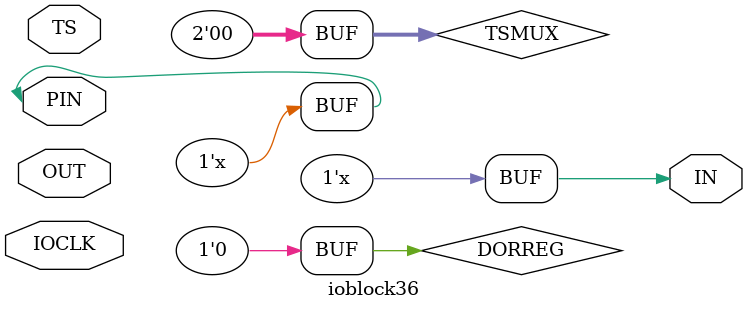
<source format=v>
module ioblock36(
	       inout  PIN,
	       input  TS,
	       input  OUT,
	       output IN,
	       input IOCLK
	       );
   
   reg 		     D;
   reg [2-1:0] 	     TSMUX;
   reg 		     DORREG;

   assign PIN = ( TSMUX == 2'b00 ) ? 1'bz : (( TSMUX == 2'b01 && TS == 1'b1 ) ? OUT : (( TSMUX == 2'b01 && TS == 1'b0 ) ? 1'bz : OUT));
   assign IN  = ( DORREG == 1'b0 ) ? PIN  : D;
   
   initial
     begin
	D=1'b0;
	TSMUX=2'b00;
	DORREG=1'b0;
     end
   
   always @(posedge IOCLK) D=PIN;
   
endmodule       

</source>
